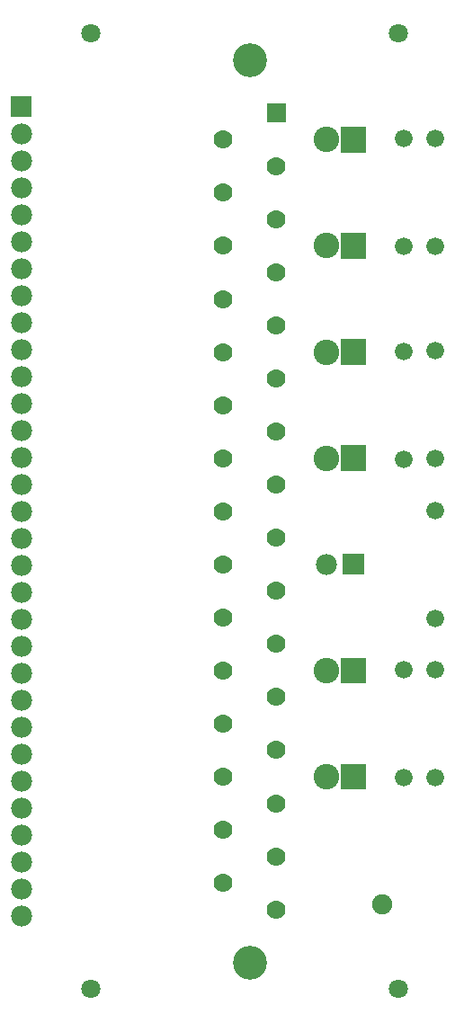
<source format=gts>
G04 start of page 7 for group -4063 idx -4063 *
G04 Title: 01.002.01.01.01.pcb, componentmask *
G04 Creator: pcb 4.2.0 *
G04 CreationDate: Mon Sep  9 19:46:15 2019 UTC *
G04 For: bert *
G04 Format: Gerber/RS-274X *
G04 PCB-Dimensions (mil): 2559.06 4330.71 *
G04 PCB-Coordinate-Origin: lower left *
%MOIN*%
%FSLAX25Y25*%
%LNGTS*%
%ADD46C,0.0750*%
%ADD45C,0.0780*%
%ADD44C,0.1260*%
%ADD43C,0.0700*%
%ADD42C,0.0710*%
%ADD41C,0.0950*%
%ADD40C,0.0001*%
%ADD39C,0.0660*%
G54D39*X167322Y364489D03*
G54D40*G36*
X143950Y368924D02*Y359424D01*
X153450D01*
Y368924D01*
X143950D01*
G37*
G54D41*X138700Y364174D03*
G54D42*X165354Y403544D03*
G54D40*G36*
X116579Y377515D02*Y370515D01*
X123579D01*
Y377515D01*
X116579D01*
G37*
G54D43*X100395Y364173D03*
X120079Y354330D03*
Y334645D03*
Y314960D03*
G54D44*X110236Y393701D03*
G54D42*X51181Y403544D03*
G54D40*G36*
X21690Y380279D02*Y372479D01*
X29490D01*
Y380279D01*
X21690D01*
G37*
G54D45*X25590Y366379D03*
Y356379D03*
Y346379D03*
Y336379D03*
Y326379D03*
Y316379D03*
Y306379D03*
Y296379D03*
Y286379D03*
Y276379D03*
Y266379D03*
Y256379D03*
Y246379D03*
Y236379D03*
Y226379D03*
Y216379D03*
G54D39*X179133Y324489D03*
Y364489D03*
X167322Y324489D03*
Y285749D03*
Y245749D03*
X179133Y226694D03*
Y246064D03*
Y286064D03*
G54D40*G36*
X143950Y329554D02*Y320054D01*
X153450D01*
Y329554D01*
X143950D01*
G37*
G54D41*X138700Y324804D03*
G54D40*G36*
X143950Y290184D02*Y280684D01*
X153450D01*
Y290184D01*
X143950D01*
G37*
G54D41*X138700Y285434D03*
G54D40*G36*
X143950Y250814D02*Y241314D01*
X153450D01*
Y250814D01*
X143950D01*
G37*
G54D41*X138700Y246064D03*
G54D43*X100395Y344488D03*
Y324803D03*
Y305119D03*
Y285433D03*
Y265748D03*
Y246063D03*
X120079Y295275D03*
Y275590D03*
Y255905D03*
Y236220D03*
X100395Y226378D03*
X120079Y216535D03*
G54D42*X51181Y49213D03*
X165354D03*
G54D44*X110236Y59056D03*
G54D45*X25590Y206379D03*
Y196379D03*
Y186379D03*
Y176379D03*
Y166379D03*
Y156379D03*
Y146379D03*
Y136379D03*
Y126379D03*
Y116379D03*
Y106379D03*
Y96379D03*
Y86379D03*
Y76379D03*
G54D39*X179133Y186694D03*
Y167639D03*
X167322D03*
G54D40*G36*
X144800Y210594D02*Y202794D01*
X152600D01*
Y210594D01*
X144800D01*
G37*
G54D45*X138700Y206694D03*
G54D43*X100395Y206693D03*
X120079Y196850D03*
X100395Y187008D03*
G54D40*G36*
X143950Y172074D02*Y162574D01*
X153450D01*
Y172074D01*
X143950D01*
G37*
G54D39*X179133Y127639D03*
X167322D03*
G54D40*G36*
X143950Y132704D02*Y123204D01*
X153450D01*
Y132704D01*
X143950D01*
G37*
G54D41*X138700Y167324D03*
G54D43*X120079Y177165D03*
X100395Y167323D03*
X120079Y157480D03*
X100395Y147638D03*
X120079Y137795D03*
G54D46*X159448Y80709D03*
G54D41*X138700Y127954D03*
G54D43*X100395Y127953D03*
X120079Y118110D03*
X100395Y108268D03*
X120079Y98425D03*
Y78740D03*
X100395Y88583D03*
M02*

</source>
